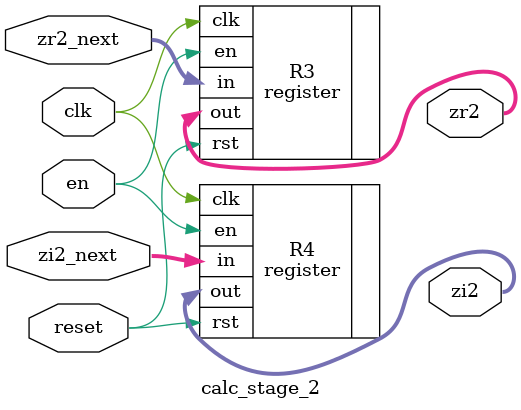
<source format=sv>
module calc_stage_2 #(
    parameter ENGINE_DATA_WIDTH = 25
)(
    input logic clk,
    input logic reset,
    input logic en,
    input logic [ENGINE_DATA_WIDTH-1:0] zr2_next,
    input logic [ENGINE_DATA_WIDTH-1:0] zi2_next,
    output logic [ENGINE_DATA_WIDTH-1:0] zr2,
    output logic [ENGINE_DATA_WIDTH-1:0] zi2
);

    register #(
        .WIDTH(ENGINE_DATA_WIDTH)
    ) R3 (
        .clk(clk), .rst(reset), .en(en), .in(zr2_next), .out(zr2)
    );

    register #(
        .WIDTH(ENGINE_DATA_WIDTH)
    ) R4 (
        .clk(clk), .rst(reset), .en(en), .in(zi2_next), .out(zi2)
    );

endmodule

</source>
